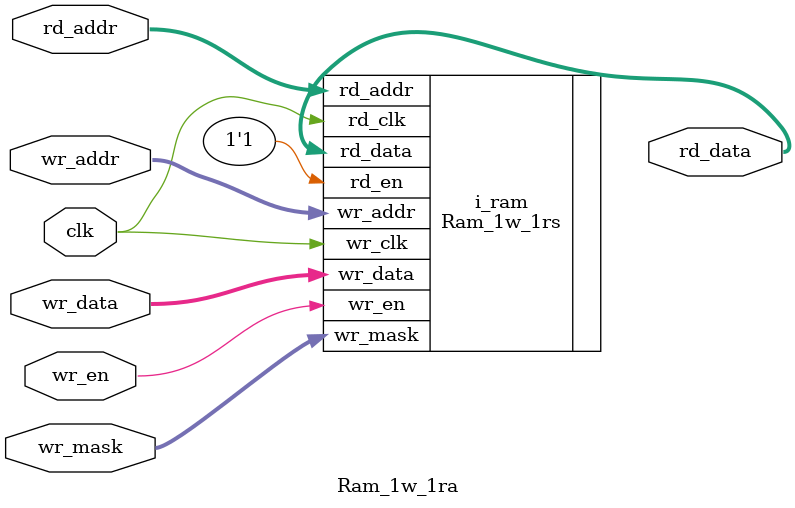
<source format=v>
module Ram_1w_1ra #(
        parameter integer wordCount = 0,
        parameter integer wordWidth = 0,
        parameter technology = "auto",
        parameter readUnderWrite = "dontCare",
        parameter integer wrAddressWidth = 0,
        parameter integer wrDataWidth = 0,
        parameter integer wrMaskWidth = 0,
        parameter wrMaskEnable = 1'b0,
        parameter integer rdAddressWidth = 0,
        parameter integer rdDataWidth  = 0
    )(
        input clk,
        input wr_en,
        input [wrMaskWidth-1:0] wr_mask,
        input [wrAddressWidth-1:0] wr_addr,
        input [wrDataWidth-1:0] wr_data,
        input [rdAddressWidth-1:0] rd_addr,
        output [rdDataWidth-1:0] rd_data
    );

    Ram_1w_1rs #(
        .wordCount(wordCount),
        .wordWidth(wordWidth),
        .technology(technology),
        .readUnderWrite(readUnderWrite),
        .wrAddressWidth(wrAddressWidth),
        .wrDataWidth(wrDataWidth),
        .wrMaskWidth(wrMaskWidth),
        .wrMaskEnable(wrMaskEnable),
        .rdAddressWidth(rdAddressWidth),
        .rdDataWidth(rdDataWidth)
    ) i_ram (
        .wr_clk(clk),
        .wr_en(wr_en),
        .wr_mask(wr_mask),
        .wr_addr(wr_addr),
        .wr_data(wr_data),
        .rd_clk(clk),
        .rd_en(1'b1),
        .rd_addr(rd_addr),
        .rd_data(rd_data)
    );
endmodule

</source>
